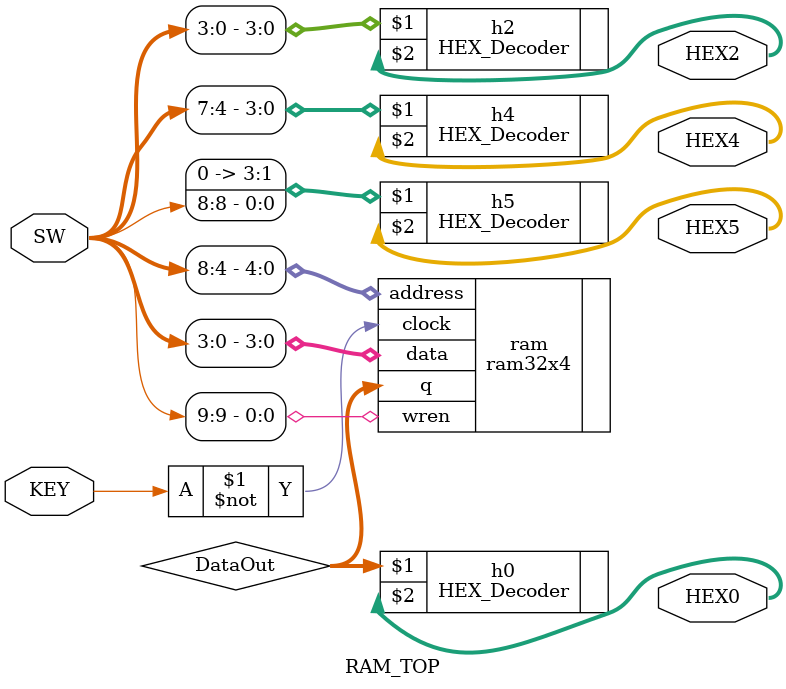
<source format=v>
`timescale 1ns/1ns

module RAM_TOP (SW, KEY, HEX0, HEX2, HEX4, HEX5);
	input [9:0] SW;
	input [0:0] KEY;
	output [6:0] HEX0, HEX2, HEX4, HEX5;
	
	wire [3:0] DataOut;
	
	ram32x4 ram (.data(SW[3:0]), .address(SW[8:4]), .wren(SW[9]), .clock(~KEY[0]), .q(DataOut));
	
	HEX_Decoder h5({3'b0, SW[8]}, HEX5);
	HEX_Decoder h4(SW[7:4], HEX4);
	HEX_Decoder h2(SW[3:0], HEX2);
	HEX_Decoder h0(DataOut, HEX0);

endmodule

</source>
